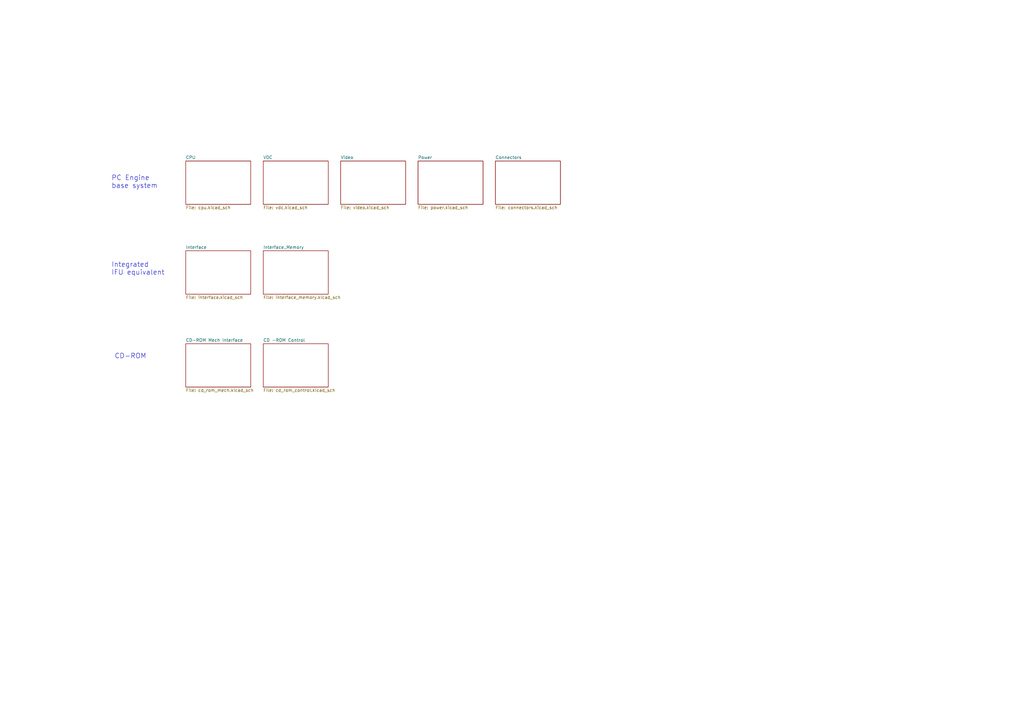
<source format=kicad_sch>
(kicad_sch (version 20230121) (generator eeschema)
  (paper "A3")
  (title_block (title "Index") (date "2023-08-17") (rev "1.0") (comment 1 "Differences reverse engineered from original PWD-623A board") (comment 2 "Adapted from existing TurboGrafx-16 schematics by Cosam"))
  (lib_symbols)
  (text "CD-ROM" (at 46.99 147.32 0) (effects (font (size 2 2)) (justify left bottom)))
  (text "PC Engine\nbase system" (at 45.72 77.47 0) (effects (font (size 2 2)) (justify left bottom)))
  (text "Integrated\nIFU equivalent" (at 45.72 113.03 0) (effects (font (size 2 2)) (justify left bottom)))
  (sheet (at 76.2 66.04) (size 26.67 17.78) (stroke (width 0.1524))
    (property "Sheetname" "CPU" (at 76.2 65.3284 0) (effects (justify left bottom)))
    (property "Sheetfile" "cpu.kicad_sch" (at 76.2 84.4046 0) (effects (justify left top)))
  )
  (sheet (at 203.2 66.04) (size 26.67 17.78) (stroke (width 0.1524))
    (property "Sheetname" "Connectors" (at 203.2 65.3284 0) (effects (justify left bottom)))
    (property "Sheetfile" "connectors.kicad_sch" (at 203.2 84.4046 0) (effects (justify left top)))
  )
  (sheet (at 171.45 66.04) (size 26.67 17.78) (stroke (width 0.1524))
    (property "Sheetname" "Power" (at 171.45 65.3284 0) (effects (justify left bottom)))
    (property "Sheetfile" "power.kicad_sch" (at 171.45 84.4046 0) (effects (justify left top)))
  )
  (sheet (at 76.2 140.97) (size 26.67 17.78) (stroke (width 0.1524))
    (property "Sheetname" "CD-ROM Mech Interface" (at 76.2 140.2584 0) (effects (justify left bottom)))
    (property "Sheetfile" "cd_rom_mech.kicad_sch" (at 76.2 159.3346 0) (effects (justify left top)))
  )
  (sheet (at 107.95 102.87) (size 26.67 17.78) (stroke (width 0.1524))
    (property "Sheetname" "Interface_Memory" (at 107.95 102.1584 0) (effects (justify left bottom)))
    (property "Sheetfile" "interface_memory.kicad_sch" (at 107.95 121.2346 0) (effects (justify left top)))
  )
  (sheet (at 139.7 66.04) (size 26.67 17.78) (stroke (width 0.1524))
    (property "Sheetname" "Video" (at 139.7 65.3284 0) (effects (justify left bottom)))
    (property "Sheetfile" "video.kicad_sch" (at 139.7 84.4046 0) (effects (justify left top)))
  )
  (sheet (at 107.95 66.04) (size 26.67 17.78) (stroke (width 0.1524))
    (property "Sheetname" "VDC" (at 107.95 65.3284 0) (effects (justify left bottom)))
    (property "Sheetfile" "vdc.kicad_sch" (at 107.95 84.4046 0) (effects (justify left top)))
  )
  (sheet (at 107.95 140.97) (size 26.67 17.78) (stroke (width 0.1524))
    (property "Sheetname" "CD -ROM Control" (at 107.95 140.2584 0) (effects (justify left bottom)))
    (property "Sheetfile" "cd_rom_control.kicad_sch" (at 107.95 159.3346 0) (effects (justify left top)))
  )
  (sheet (at 76.2 102.87) (size 26.67 17.78) (stroke (width 0.1524))
    (property "Sheetname" "Interface" (at 76.2 102.1584 0) (effects (justify left bottom)))
    (property "Sheetfile" "interface.kicad_sch" (at 76.2 121.2346 0) (effects (justify left top)))
  )
)
</source>
